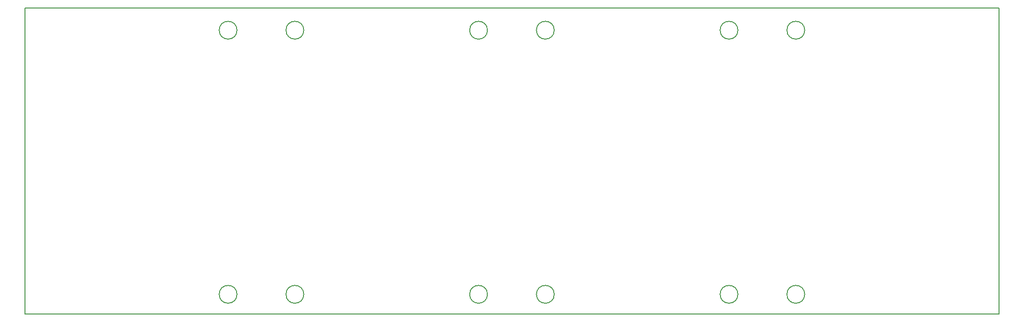
<source format=gbr>
%TF.GenerationSoftware,KiCad,Pcbnew,9.99.0-unknown-b0b07bbc41~182~ubuntu22.04.1*%
%TF.CreationDate,2025-08-06T14:03:12+02:00*%
%TF.ProjectId,CP70_pa_ba,43503730-5f70-4615-9f62-612e6b696361,rev?*%
%TF.SameCoordinates,Original*%
%TF.FileFunction,Profile,NP*%
%FSLAX46Y46*%
G04 Gerber Fmt 4.6, Leading zero omitted, Abs format (unit mm)*
G04 Created by KiCad (PCBNEW 9.99.0-unknown-b0b07bbc41~182~ubuntu22.04.1) date 2025-08-06 14:03:12*
%MOMM*%
%LPD*%
G01*
G04 APERTURE LIST*
%TA.AperFunction,Profile*%
%ADD10C,0.200000*%
%TD*%
G04 APERTURE END LIST*
D10*
X201600000Y-126000000D02*
G75*
G02*
X198400000Y-126000000I-1600000J0D01*
G01*
X198400000Y-126000000D02*
G75*
G02*
X201600000Y-126000000I1600000J0D01*
G01*
X111600000Y-78500000D02*
G75*
G02*
X108400000Y-78500000I-1600000J0D01*
G01*
X108400000Y-78500000D02*
G75*
G02*
X111600000Y-78500000I1600000J0D01*
G01*
X156600000Y-126000000D02*
G75*
G02*
X153400000Y-126000000I-1600000J0D01*
G01*
X153400000Y-126000000D02*
G75*
G02*
X156600000Y-126000000I1600000J0D01*
G01*
X61500000Y-74500000D02*
X61500000Y-129500000D01*
X201600000Y-78500000D02*
G75*
G02*
X198400000Y-78500000I-1600000J0D01*
G01*
X198400000Y-78500000D02*
G75*
G02*
X201600000Y-78500000I1600000J0D01*
G01*
X189600000Y-78500000D02*
G75*
G02*
X186400000Y-78500000I-1600000J0D01*
G01*
X186400000Y-78500000D02*
G75*
G02*
X189600000Y-78500000I1600000J0D01*
G01*
X156600000Y-78500000D02*
G75*
G02*
X153400000Y-78500000I-1600000J0D01*
G01*
X153400000Y-78500000D02*
G75*
G02*
X156600000Y-78500000I1600000J0D01*
G01*
X99600000Y-126000000D02*
G75*
G02*
X96400000Y-126000000I-1600000J0D01*
G01*
X96400000Y-126000000D02*
G75*
G02*
X99600000Y-126000000I1600000J0D01*
G01*
X99600000Y-78500000D02*
G75*
G02*
X96400000Y-78500000I-1600000J0D01*
G01*
X96400000Y-78500000D02*
G75*
G02*
X99600000Y-78500000I1600000J0D01*
G01*
X236500000Y-74500000D02*
X61500000Y-74500000D01*
X144600000Y-78500000D02*
G75*
G02*
X141400000Y-78500000I-1600000J0D01*
G01*
X141400000Y-78500000D02*
G75*
G02*
X144600000Y-78500000I1600000J0D01*
G01*
X144600000Y-126000000D02*
G75*
G02*
X141400000Y-126000000I-1600000J0D01*
G01*
X141400000Y-126000000D02*
G75*
G02*
X144600000Y-126000000I1600000J0D01*
G01*
X61500000Y-129500000D02*
X236500000Y-129500000D01*
X236500000Y-129500000D02*
X236500000Y-74500000D01*
X189600000Y-126000000D02*
G75*
G02*
X186400000Y-126000000I-1600000J0D01*
G01*
X186400000Y-126000000D02*
G75*
G02*
X189600000Y-126000000I1600000J0D01*
G01*
X111600000Y-126000000D02*
G75*
G02*
X108400000Y-126000000I-1600000J0D01*
G01*
X108400000Y-126000000D02*
G75*
G02*
X111600000Y-126000000I1600000J0D01*
G01*
M02*

</source>
